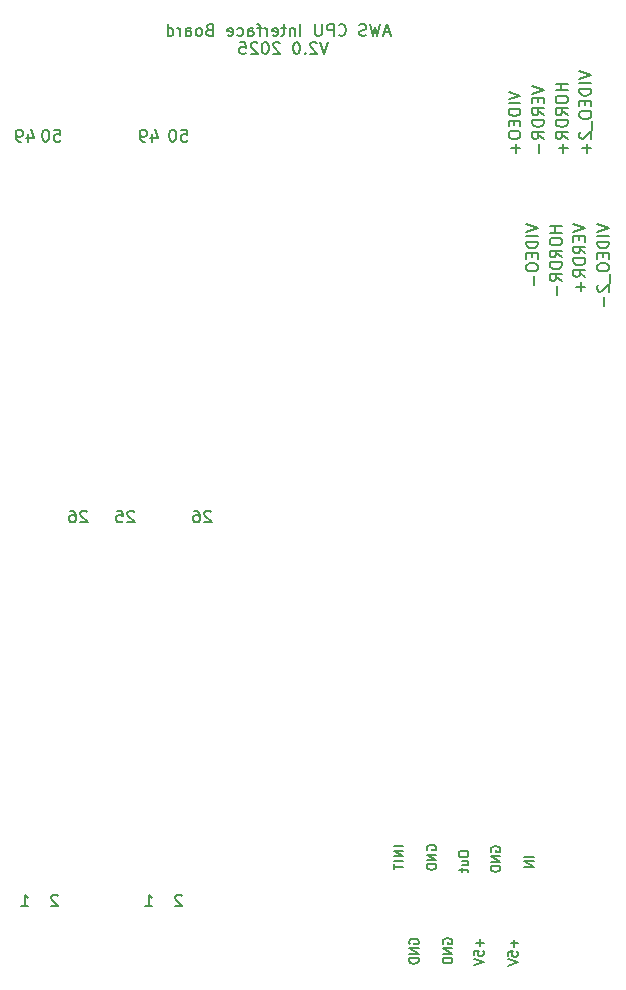
<source format=gbr>
G04 #@! TF.GenerationSoftware,KiCad,Pcbnew,8.0.3*
G04 #@! TF.CreationDate,2025-12-30T10:32:39+13:00*
G04 #@! TF.ProjectId,AWS_CPU_Interface_Board,4157535f-4350-4555-9f49-6e7465726661,rev?*
G04 #@! TF.SameCoordinates,Original*
G04 #@! TF.FileFunction,Legend,Bot*
G04 #@! TF.FilePolarity,Positive*
%FSLAX46Y46*%
G04 Gerber Fmt 4.6, Leading zero omitted, Abs format (unit mm)*
G04 Created by KiCad (PCBNEW 8.0.3) date 2025-12-30 10:32:39*
%MOMM*%
%LPD*%
G01*
G04 APERTURE LIST*
%ADD10C,0.150000*%
%ADD11R,2.500000X2.500000*%
%ADD12C,2.500000*%
%ADD13C,8.000000*%
%ADD14C,1.700000*%
%ADD15O,1.700000X1.700000*%
%ADD16C,4.000000*%
%ADD17C,1.800000*%
%ADD18R,1.700000X1.700000*%
%ADD19R,1.800000X1.800000*%
%ADD20R,1.778000X1.778000*%
%ADD21C,1.778000*%
%ADD22C,2.540000*%
%ADD23C,1.400000*%
%ADD24O,1.400000X1.400000*%
%ADD25O,1.850000X3.048000*%
%ADD26R,1.600000X1.600000*%
%ADD27C,1.600000*%
%ADD28C,0.800000*%
G04 APERTURE END LIST*
D10*
X151454819Y-59496554D02*
X152454819Y-59829887D01*
X152454819Y-59829887D02*
X151454819Y-60163220D01*
X151931009Y-60496554D02*
X151931009Y-60829887D01*
X152454819Y-60972744D02*
X152454819Y-60496554D01*
X152454819Y-60496554D02*
X151454819Y-60496554D01*
X151454819Y-60496554D02*
X151454819Y-60972744D01*
X152454819Y-61972744D02*
X151978628Y-61639411D01*
X152454819Y-61401316D02*
X151454819Y-61401316D01*
X151454819Y-61401316D02*
X151454819Y-61782268D01*
X151454819Y-61782268D02*
X151502438Y-61877506D01*
X151502438Y-61877506D02*
X151550057Y-61925125D01*
X151550057Y-61925125D02*
X151645295Y-61972744D01*
X151645295Y-61972744D02*
X151788152Y-61972744D01*
X151788152Y-61972744D02*
X151883390Y-61925125D01*
X151883390Y-61925125D02*
X151931009Y-61877506D01*
X151931009Y-61877506D02*
X151978628Y-61782268D01*
X151978628Y-61782268D02*
X151978628Y-61401316D01*
X152454819Y-62401316D02*
X151454819Y-62401316D01*
X151454819Y-62401316D02*
X151454819Y-62639411D01*
X151454819Y-62639411D02*
X151502438Y-62782268D01*
X151502438Y-62782268D02*
X151597676Y-62877506D01*
X151597676Y-62877506D02*
X151692914Y-62925125D01*
X151692914Y-62925125D02*
X151883390Y-62972744D01*
X151883390Y-62972744D02*
X152026247Y-62972744D01*
X152026247Y-62972744D02*
X152216723Y-62925125D01*
X152216723Y-62925125D02*
X152311961Y-62877506D01*
X152311961Y-62877506D02*
X152407200Y-62782268D01*
X152407200Y-62782268D02*
X152454819Y-62639411D01*
X152454819Y-62639411D02*
X152454819Y-62401316D01*
X152454819Y-63972744D02*
X151978628Y-63639411D01*
X152454819Y-63401316D02*
X151454819Y-63401316D01*
X151454819Y-63401316D02*
X151454819Y-63782268D01*
X151454819Y-63782268D02*
X151502438Y-63877506D01*
X151502438Y-63877506D02*
X151550057Y-63925125D01*
X151550057Y-63925125D02*
X151645295Y-63972744D01*
X151645295Y-63972744D02*
X151788152Y-63972744D01*
X151788152Y-63972744D02*
X151883390Y-63925125D01*
X151883390Y-63925125D02*
X151931009Y-63877506D01*
X151931009Y-63877506D02*
X151978628Y-63782268D01*
X151978628Y-63782268D02*
X151978628Y-63401316D01*
X152073866Y-64401316D02*
X152073866Y-65163221D01*
X154454819Y-59306078D02*
X153454819Y-59306078D01*
X153931009Y-59306078D02*
X153931009Y-59877506D01*
X154454819Y-59877506D02*
X153454819Y-59877506D01*
X153454819Y-60544173D02*
X153454819Y-60734649D01*
X153454819Y-60734649D02*
X153502438Y-60829887D01*
X153502438Y-60829887D02*
X153597676Y-60925125D01*
X153597676Y-60925125D02*
X153788152Y-60972744D01*
X153788152Y-60972744D02*
X154121485Y-60972744D01*
X154121485Y-60972744D02*
X154311961Y-60925125D01*
X154311961Y-60925125D02*
X154407200Y-60829887D01*
X154407200Y-60829887D02*
X154454819Y-60734649D01*
X154454819Y-60734649D02*
X154454819Y-60544173D01*
X154454819Y-60544173D02*
X154407200Y-60448935D01*
X154407200Y-60448935D02*
X154311961Y-60353697D01*
X154311961Y-60353697D02*
X154121485Y-60306078D01*
X154121485Y-60306078D02*
X153788152Y-60306078D01*
X153788152Y-60306078D02*
X153597676Y-60353697D01*
X153597676Y-60353697D02*
X153502438Y-60448935D01*
X153502438Y-60448935D02*
X153454819Y-60544173D01*
X154454819Y-61972744D02*
X153978628Y-61639411D01*
X154454819Y-61401316D02*
X153454819Y-61401316D01*
X153454819Y-61401316D02*
X153454819Y-61782268D01*
X153454819Y-61782268D02*
X153502438Y-61877506D01*
X153502438Y-61877506D02*
X153550057Y-61925125D01*
X153550057Y-61925125D02*
X153645295Y-61972744D01*
X153645295Y-61972744D02*
X153788152Y-61972744D01*
X153788152Y-61972744D02*
X153883390Y-61925125D01*
X153883390Y-61925125D02*
X153931009Y-61877506D01*
X153931009Y-61877506D02*
X153978628Y-61782268D01*
X153978628Y-61782268D02*
X153978628Y-61401316D01*
X154454819Y-62401316D02*
X153454819Y-62401316D01*
X153454819Y-62401316D02*
X153454819Y-62639411D01*
X153454819Y-62639411D02*
X153502438Y-62782268D01*
X153502438Y-62782268D02*
X153597676Y-62877506D01*
X153597676Y-62877506D02*
X153692914Y-62925125D01*
X153692914Y-62925125D02*
X153883390Y-62972744D01*
X153883390Y-62972744D02*
X154026247Y-62972744D01*
X154026247Y-62972744D02*
X154216723Y-62925125D01*
X154216723Y-62925125D02*
X154311961Y-62877506D01*
X154311961Y-62877506D02*
X154407200Y-62782268D01*
X154407200Y-62782268D02*
X154454819Y-62639411D01*
X154454819Y-62639411D02*
X154454819Y-62401316D01*
X154454819Y-63972744D02*
X153978628Y-63639411D01*
X154454819Y-63401316D02*
X153454819Y-63401316D01*
X153454819Y-63401316D02*
X153454819Y-63782268D01*
X153454819Y-63782268D02*
X153502438Y-63877506D01*
X153502438Y-63877506D02*
X153550057Y-63925125D01*
X153550057Y-63925125D02*
X153645295Y-63972744D01*
X153645295Y-63972744D02*
X153788152Y-63972744D01*
X153788152Y-63972744D02*
X153883390Y-63925125D01*
X153883390Y-63925125D02*
X153931009Y-63877506D01*
X153931009Y-63877506D02*
X153978628Y-63782268D01*
X153978628Y-63782268D02*
X153978628Y-63401316D01*
X154073866Y-64401316D02*
X154073866Y-65163221D01*
X154454819Y-64782268D02*
X153692914Y-64782268D01*
X155454819Y-58258459D02*
X156454819Y-58591792D01*
X156454819Y-58591792D02*
X155454819Y-58925125D01*
X156454819Y-59258459D02*
X155454819Y-59258459D01*
X156454819Y-59734649D02*
X155454819Y-59734649D01*
X155454819Y-59734649D02*
X155454819Y-59972744D01*
X155454819Y-59972744D02*
X155502438Y-60115601D01*
X155502438Y-60115601D02*
X155597676Y-60210839D01*
X155597676Y-60210839D02*
X155692914Y-60258458D01*
X155692914Y-60258458D02*
X155883390Y-60306077D01*
X155883390Y-60306077D02*
X156026247Y-60306077D01*
X156026247Y-60306077D02*
X156216723Y-60258458D01*
X156216723Y-60258458D02*
X156311961Y-60210839D01*
X156311961Y-60210839D02*
X156407200Y-60115601D01*
X156407200Y-60115601D02*
X156454819Y-59972744D01*
X156454819Y-59972744D02*
X156454819Y-59734649D01*
X155931009Y-60734649D02*
X155931009Y-61067982D01*
X156454819Y-61210839D02*
X156454819Y-60734649D01*
X156454819Y-60734649D02*
X155454819Y-60734649D01*
X155454819Y-60734649D02*
X155454819Y-61210839D01*
X155454819Y-61829887D02*
X155454819Y-62020363D01*
X155454819Y-62020363D02*
X155502438Y-62115601D01*
X155502438Y-62115601D02*
X155597676Y-62210839D01*
X155597676Y-62210839D02*
X155788152Y-62258458D01*
X155788152Y-62258458D02*
X156121485Y-62258458D01*
X156121485Y-62258458D02*
X156311961Y-62210839D01*
X156311961Y-62210839D02*
X156407200Y-62115601D01*
X156407200Y-62115601D02*
X156454819Y-62020363D01*
X156454819Y-62020363D02*
X156454819Y-61829887D01*
X156454819Y-61829887D02*
X156407200Y-61734649D01*
X156407200Y-61734649D02*
X156311961Y-61639411D01*
X156311961Y-61639411D02*
X156121485Y-61591792D01*
X156121485Y-61591792D02*
X155788152Y-61591792D01*
X155788152Y-61591792D02*
X155597676Y-61639411D01*
X155597676Y-61639411D02*
X155502438Y-61734649D01*
X155502438Y-61734649D02*
X155454819Y-61829887D01*
X156550057Y-62448935D02*
X156550057Y-63210839D01*
X155550057Y-63401316D02*
X155502438Y-63448935D01*
X155502438Y-63448935D02*
X155454819Y-63544173D01*
X155454819Y-63544173D02*
X155454819Y-63782268D01*
X155454819Y-63782268D02*
X155502438Y-63877506D01*
X155502438Y-63877506D02*
X155550057Y-63925125D01*
X155550057Y-63925125D02*
X155645295Y-63972744D01*
X155645295Y-63972744D02*
X155740533Y-63972744D01*
X155740533Y-63972744D02*
X155883390Y-63925125D01*
X155883390Y-63925125D02*
X156454819Y-63353697D01*
X156454819Y-63353697D02*
X156454819Y-63972744D01*
X156073866Y-64401316D02*
X156073866Y-65163221D01*
X156454819Y-64782268D02*
X155692914Y-64782268D01*
X149454819Y-59972745D02*
X150454819Y-60306078D01*
X150454819Y-60306078D02*
X149454819Y-60639411D01*
X150454819Y-60972745D02*
X149454819Y-60972745D01*
X150454819Y-61448935D02*
X149454819Y-61448935D01*
X149454819Y-61448935D02*
X149454819Y-61687030D01*
X149454819Y-61687030D02*
X149502438Y-61829887D01*
X149502438Y-61829887D02*
X149597676Y-61925125D01*
X149597676Y-61925125D02*
X149692914Y-61972744D01*
X149692914Y-61972744D02*
X149883390Y-62020363D01*
X149883390Y-62020363D02*
X150026247Y-62020363D01*
X150026247Y-62020363D02*
X150216723Y-61972744D01*
X150216723Y-61972744D02*
X150311961Y-61925125D01*
X150311961Y-61925125D02*
X150407200Y-61829887D01*
X150407200Y-61829887D02*
X150454819Y-61687030D01*
X150454819Y-61687030D02*
X150454819Y-61448935D01*
X149931009Y-62448935D02*
X149931009Y-62782268D01*
X150454819Y-62925125D02*
X150454819Y-62448935D01*
X150454819Y-62448935D02*
X149454819Y-62448935D01*
X149454819Y-62448935D02*
X149454819Y-62925125D01*
X149454819Y-63544173D02*
X149454819Y-63734649D01*
X149454819Y-63734649D02*
X149502438Y-63829887D01*
X149502438Y-63829887D02*
X149597676Y-63925125D01*
X149597676Y-63925125D02*
X149788152Y-63972744D01*
X149788152Y-63972744D02*
X150121485Y-63972744D01*
X150121485Y-63972744D02*
X150311961Y-63925125D01*
X150311961Y-63925125D02*
X150407200Y-63829887D01*
X150407200Y-63829887D02*
X150454819Y-63734649D01*
X150454819Y-63734649D02*
X150454819Y-63544173D01*
X150454819Y-63544173D02*
X150407200Y-63448935D01*
X150407200Y-63448935D02*
X150311961Y-63353697D01*
X150311961Y-63353697D02*
X150121485Y-63306078D01*
X150121485Y-63306078D02*
X149788152Y-63306078D01*
X149788152Y-63306078D02*
X149597676Y-63353697D01*
X149597676Y-63353697D02*
X149502438Y-63448935D01*
X149502438Y-63448935D02*
X149454819Y-63544173D01*
X150073866Y-64401316D02*
X150073866Y-65163221D01*
X150454819Y-64782268D02*
X149692914Y-64782268D01*
X118714285Y-128954819D02*
X119285713Y-128954819D01*
X118999999Y-128954819D02*
X118999999Y-127954819D01*
X118999999Y-127954819D02*
X119095237Y-128097676D01*
X119095237Y-128097676D02*
X119190475Y-128192914D01*
X119190475Y-128192914D02*
X119285713Y-128240533D01*
X121785713Y-128050057D02*
X121738094Y-128002438D01*
X121738094Y-128002438D02*
X121642856Y-127954819D01*
X121642856Y-127954819D02*
X121404761Y-127954819D01*
X121404761Y-127954819D02*
X121309523Y-128002438D01*
X121309523Y-128002438D02*
X121261904Y-128050057D01*
X121261904Y-128050057D02*
X121214285Y-128145295D01*
X121214285Y-128145295D02*
X121214285Y-128240533D01*
X121214285Y-128240533D02*
X121261904Y-128383390D01*
X121261904Y-128383390D02*
X121833332Y-128954819D01*
X121833332Y-128954819D02*
X121214285Y-128954819D01*
X119285714Y-63538152D02*
X119285714Y-64204819D01*
X119523809Y-63157200D02*
X119761904Y-63871485D01*
X119761904Y-63871485D02*
X119142857Y-63871485D01*
X118714285Y-64204819D02*
X118523809Y-64204819D01*
X118523809Y-64204819D02*
X118428571Y-64157200D01*
X118428571Y-64157200D02*
X118380952Y-64109580D01*
X118380952Y-64109580D02*
X118285714Y-63966723D01*
X118285714Y-63966723D02*
X118238095Y-63776247D01*
X118238095Y-63776247D02*
X118238095Y-63395295D01*
X118238095Y-63395295D02*
X118285714Y-63300057D01*
X118285714Y-63300057D02*
X118333333Y-63252438D01*
X118333333Y-63252438D02*
X118428571Y-63204819D01*
X118428571Y-63204819D02*
X118619047Y-63204819D01*
X118619047Y-63204819D02*
X118714285Y-63252438D01*
X118714285Y-63252438D02*
X118761904Y-63300057D01*
X118761904Y-63300057D02*
X118809523Y-63395295D01*
X118809523Y-63395295D02*
X118809523Y-63633390D01*
X118809523Y-63633390D02*
X118761904Y-63728628D01*
X118761904Y-63728628D02*
X118714285Y-63776247D01*
X118714285Y-63776247D02*
X118619047Y-63823866D01*
X118619047Y-63823866D02*
X118428571Y-63823866D01*
X118428571Y-63823866D02*
X118333333Y-63776247D01*
X118333333Y-63776247D02*
X118285714Y-63728628D01*
X118285714Y-63728628D02*
X118238095Y-63633390D01*
X121738095Y-63204819D02*
X122214285Y-63204819D01*
X122214285Y-63204819D02*
X122261904Y-63681009D01*
X122261904Y-63681009D02*
X122214285Y-63633390D01*
X122214285Y-63633390D02*
X122119047Y-63585771D01*
X122119047Y-63585771D02*
X121880952Y-63585771D01*
X121880952Y-63585771D02*
X121785714Y-63633390D01*
X121785714Y-63633390D02*
X121738095Y-63681009D01*
X121738095Y-63681009D02*
X121690476Y-63776247D01*
X121690476Y-63776247D02*
X121690476Y-64014342D01*
X121690476Y-64014342D02*
X121738095Y-64109580D01*
X121738095Y-64109580D02*
X121785714Y-64157200D01*
X121785714Y-64157200D02*
X121880952Y-64204819D01*
X121880952Y-64204819D02*
X122119047Y-64204819D01*
X122119047Y-64204819D02*
X122214285Y-64157200D01*
X122214285Y-64157200D02*
X122261904Y-64109580D01*
X121071428Y-63204819D02*
X120976190Y-63204819D01*
X120976190Y-63204819D02*
X120880952Y-63252438D01*
X120880952Y-63252438D02*
X120833333Y-63300057D01*
X120833333Y-63300057D02*
X120785714Y-63395295D01*
X120785714Y-63395295D02*
X120738095Y-63585771D01*
X120738095Y-63585771D02*
X120738095Y-63823866D01*
X120738095Y-63823866D02*
X120785714Y-64014342D01*
X120785714Y-64014342D02*
X120833333Y-64109580D01*
X120833333Y-64109580D02*
X120880952Y-64157200D01*
X120880952Y-64157200D02*
X120976190Y-64204819D01*
X120976190Y-64204819D02*
X121071428Y-64204819D01*
X121071428Y-64204819D02*
X121166666Y-64157200D01*
X121166666Y-64157200D02*
X121214285Y-64109580D01*
X121214285Y-64109580D02*
X121261904Y-64014342D01*
X121261904Y-64014342D02*
X121309523Y-63823866D01*
X121309523Y-63823866D02*
X121309523Y-63585771D01*
X121309523Y-63585771D02*
X121261904Y-63395295D01*
X121261904Y-63395295D02*
X121214285Y-63300057D01*
X121214285Y-63300057D02*
X121166666Y-63252438D01*
X121166666Y-63252438D02*
X121071428Y-63204819D01*
X117761904Y-95550057D02*
X117714285Y-95502438D01*
X117714285Y-95502438D02*
X117619047Y-95454819D01*
X117619047Y-95454819D02*
X117380952Y-95454819D01*
X117380952Y-95454819D02*
X117285714Y-95502438D01*
X117285714Y-95502438D02*
X117238095Y-95550057D01*
X117238095Y-95550057D02*
X117190476Y-95645295D01*
X117190476Y-95645295D02*
X117190476Y-95740533D01*
X117190476Y-95740533D02*
X117238095Y-95883390D01*
X117238095Y-95883390D02*
X117809523Y-96454819D01*
X117809523Y-96454819D02*
X117190476Y-96454819D01*
X116285714Y-95454819D02*
X116761904Y-95454819D01*
X116761904Y-95454819D02*
X116809523Y-95931009D01*
X116809523Y-95931009D02*
X116761904Y-95883390D01*
X116761904Y-95883390D02*
X116666666Y-95835771D01*
X116666666Y-95835771D02*
X116428571Y-95835771D01*
X116428571Y-95835771D02*
X116333333Y-95883390D01*
X116333333Y-95883390D02*
X116285714Y-95931009D01*
X116285714Y-95931009D02*
X116238095Y-96026247D01*
X116238095Y-96026247D02*
X116238095Y-96264342D01*
X116238095Y-96264342D02*
X116285714Y-96359580D01*
X116285714Y-96359580D02*
X116333333Y-96407200D01*
X116333333Y-96407200D02*
X116428571Y-96454819D01*
X116428571Y-96454819D02*
X116666666Y-96454819D01*
X116666666Y-96454819D02*
X116761904Y-96407200D01*
X116761904Y-96407200D02*
X116809523Y-96359580D01*
X124261904Y-95550057D02*
X124214285Y-95502438D01*
X124214285Y-95502438D02*
X124119047Y-95454819D01*
X124119047Y-95454819D02*
X123880952Y-95454819D01*
X123880952Y-95454819D02*
X123785714Y-95502438D01*
X123785714Y-95502438D02*
X123738095Y-95550057D01*
X123738095Y-95550057D02*
X123690476Y-95645295D01*
X123690476Y-95645295D02*
X123690476Y-95740533D01*
X123690476Y-95740533D02*
X123738095Y-95883390D01*
X123738095Y-95883390D02*
X124309523Y-96454819D01*
X124309523Y-96454819D02*
X123690476Y-96454819D01*
X122833333Y-95454819D02*
X123023809Y-95454819D01*
X123023809Y-95454819D02*
X123119047Y-95502438D01*
X123119047Y-95502438D02*
X123166666Y-95550057D01*
X123166666Y-95550057D02*
X123261904Y-95692914D01*
X123261904Y-95692914D02*
X123309523Y-95883390D01*
X123309523Y-95883390D02*
X123309523Y-96264342D01*
X123309523Y-96264342D02*
X123261904Y-96359580D01*
X123261904Y-96359580D02*
X123214285Y-96407200D01*
X123214285Y-96407200D02*
X123119047Y-96454819D01*
X123119047Y-96454819D02*
X122928571Y-96454819D01*
X122928571Y-96454819D02*
X122833333Y-96407200D01*
X122833333Y-96407200D02*
X122785714Y-96359580D01*
X122785714Y-96359580D02*
X122738095Y-96264342D01*
X122738095Y-96264342D02*
X122738095Y-96026247D01*
X122738095Y-96026247D02*
X122785714Y-95931009D01*
X122785714Y-95931009D02*
X122833333Y-95883390D01*
X122833333Y-95883390D02*
X122928571Y-95835771D01*
X122928571Y-95835771D02*
X123119047Y-95835771D01*
X123119047Y-95835771D02*
X123214285Y-95883390D01*
X123214285Y-95883390D02*
X123261904Y-95931009D01*
X123261904Y-95931009D02*
X123309523Y-96026247D01*
X140537295Y-123885715D02*
X139737295Y-123885715D01*
X140537295Y-124266667D02*
X139737295Y-124266667D01*
X139737295Y-124266667D02*
X140537295Y-124723810D01*
X140537295Y-124723810D02*
X139737295Y-124723810D01*
X140537295Y-125104762D02*
X139737295Y-125104762D01*
X139737295Y-125371428D02*
X139737295Y-125828571D01*
X140537295Y-125599999D02*
X139737295Y-125599999D01*
X142550390Y-124190476D02*
X142512295Y-124114286D01*
X142512295Y-124114286D02*
X142512295Y-124000000D01*
X142512295Y-124000000D02*
X142550390Y-123885714D01*
X142550390Y-123885714D02*
X142626580Y-123809524D01*
X142626580Y-123809524D02*
X142702771Y-123771429D01*
X142702771Y-123771429D02*
X142855152Y-123733333D01*
X142855152Y-123733333D02*
X142969438Y-123733333D01*
X142969438Y-123733333D02*
X143121819Y-123771429D01*
X143121819Y-123771429D02*
X143198009Y-123809524D01*
X143198009Y-123809524D02*
X143274200Y-123885714D01*
X143274200Y-123885714D02*
X143312295Y-124000000D01*
X143312295Y-124000000D02*
X143312295Y-124076191D01*
X143312295Y-124076191D02*
X143274200Y-124190476D01*
X143274200Y-124190476D02*
X143236104Y-124228572D01*
X143236104Y-124228572D02*
X142969438Y-124228572D01*
X142969438Y-124228572D02*
X142969438Y-124076191D01*
X143312295Y-124571429D02*
X142512295Y-124571429D01*
X142512295Y-124571429D02*
X143312295Y-125028572D01*
X143312295Y-125028572D02*
X142512295Y-125028572D01*
X143312295Y-125409524D02*
X142512295Y-125409524D01*
X142512295Y-125409524D02*
X142512295Y-125600000D01*
X142512295Y-125600000D02*
X142550390Y-125714286D01*
X142550390Y-125714286D02*
X142626580Y-125790476D01*
X142626580Y-125790476D02*
X142702771Y-125828571D01*
X142702771Y-125828571D02*
X142855152Y-125866667D01*
X142855152Y-125866667D02*
X142969438Y-125866667D01*
X142969438Y-125866667D02*
X143121819Y-125828571D01*
X143121819Y-125828571D02*
X143198009Y-125790476D01*
X143198009Y-125790476D02*
X143274200Y-125714286D01*
X143274200Y-125714286D02*
X143312295Y-125600000D01*
X143312295Y-125600000D02*
X143312295Y-125409524D01*
X154954819Y-71193922D02*
X155954819Y-71527255D01*
X155954819Y-71527255D02*
X154954819Y-71860588D01*
X155431009Y-72193922D02*
X155431009Y-72527255D01*
X155954819Y-72670112D02*
X155954819Y-72193922D01*
X155954819Y-72193922D02*
X154954819Y-72193922D01*
X154954819Y-72193922D02*
X154954819Y-72670112D01*
X155954819Y-73670112D02*
X155478628Y-73336779D01*
X155954819Y-73098684D02*
X154954819Y-73098684D01*
X154954819Y-73098684D02*
X154954819Y-73479636D01*
X154954819Y-73479636D02*
X155002438Y-73574874D01*
X155002438Y-73574874D02*
X155050057Y-73622493D01*
X155050057Y-73622493D02*
X155145295Y-73670112D01*
X155145295Y-73670112D02*
X155288152Y-73670112D01*
X155288152Y-73670112D02*
X155383390Y-73622493D01*
X155383390Y-73622493D02*
X155431009Y-73574874D01*
X155431009Y-73574874D02*
X155478628Y-73479636D01*
X155478628Y-73479636D02*
X155478628Y-73098684D01*
X155954819Y-74098684D02*
X154954819Y-74098684D01*
X154954819Y-74098684D02*
X154954819Y-74336779D01*
X154954819Y-74336779D02*
X155002438Y-74479636D01*
X155002438Y-74479636D02*
X155097676Y-74574874D01*
X155097676Y-74574874D02*
X155192914Y-74622493D01*
X155192914Y-74622493D02*
X155383390Y-74670112D01*
X155383390Y-74670112D02*
X155526247Y-74670112D01*
X155526247Y-74670112D02*
X155716723Y-74622493D01*
X155716723Y-74622493D02*
X155811961Y-74574874D01*
X155811961Y-74574874D02*
X155907200Y-74479636D01*
X155907200Y-74479636D02*
X155954819Y-74336779D01*
X155954819Y-74336779D02*
X155954819Y-74098684D01*
X155954819Y-75670112D02*
X155478628Y-75336779D01*
X155954819Y-75098684D02*
X154954819Y-75098684D01*
X154954819Y-75098684D02*
X154954819Y-75479636D01*
X154954819Y-75479636D02*
X155002438Y-75574874D01*
X155002438Y-75574874D02*
X155050057Y-75622493D01*
X155050057Y-75622493D02*
X155145295Y-75670112D01*
X155145295Y-75670112D02*
X155288152Y-75670112D01*
X155288152Y-75670112D02*
X155383390Y-75622493D01*
X155383390Y-75622493D02*
X155431009Y-75574874D01*
X155431009Y-75574874D02*
X155478628Y-75479636D01*
X155478628Y-75479636D02*
X155478628Y-75098684D01*
X155573866Y-76098684D02*
X155573866Y-76860589D01*
X155954819Y-76479636D02*
X155192914Y-76479636D01*
X147032533Y-131746429D02*
X147032533Y-132355953D01*
X147337295Y-132051191D02*
X146727771Y-132051191D01*
X146537295Y-133117857D02*
X146537295Y-132736905D01*
X146537295Y-132736905D02*
X146918247Y-132698809D01*
X146918247Y-132698809D02*
X146880152Y-132736905D01*
X146880152Y-132736905D02*
X146842057Y-132813095D01*
X146842057Y-132813095D02*
X146842057Y-133003571D01*
X146842057Y-133003571D02*
X146880152Y-133079762D01*
X146880152Y-133079762D02*
X146918247Y-133117857D01*
X146918247Y-133117857D02*
X146994438Y-133155952D01*
X146994438Y-133155952D02*
X147184914Y-133155952D01*
X147184914Y-133155952D02*
X147261104Y-133117857D01*
X147261104Y-133117857D02*
X147299200Y-133079762D01*
X147299200Y-133079762D02*
X147337295Y-133003571D01*
X147337295Y-133003571D02*
X147337295Y-132813095D01*
X147337295Y-132813095D02*
X147299200Y-132736905D01*
X147299200Y-132736905D02*
X147261104Y-132698809D01*
X146537295Y-133384524D02*
X147337295Y-133651191D01*
X147337295Y-133651191D02*
X146537295Y-133917857D01*
X156954819Y-71193922D02*
X157954819Y-71527255D01*
X157954819Y-71527255D02*
X156954819Y-71860588D01*
X157954819Y-72193922D02*
X156954819Y-72193922D01*
X157954819Y-72670112D02*
X156954819Y-72670112D01*
X156954819Y-72670112D02*
X156954819Y-72908207D01*
X156954819Y-72908207D02*
X157002438Y-73051064D01*
X157002438Y-73051064D02*
X157097676Y-73146302D01*
X157097676Y-73146302D02*
X157192914Y-73193921D01*
X157192914Y-73193921D02*
X157383390Y-73241540D01*
X157383390Y-73241540D02*
X157526247Y-73241540D01*
X157526247Y-73241540D02*
X157716723Y-73193921D01*
X157716723Y-73193921D02*
X157811961Y-73146302D01*
X157811961Y-73146302D02*
X157907200Y-73051064D01*
X157907200Y-73051064D02*
X157954819Y-72908207D01*
X157954819Y-72908207D02*
X157954819Y-72670112D01*
X157431009Y-73670112D02*
X157431009Y-74003445D01*
X157954819Y-74146302D02*
X157954819Y-73670112D01*
X157954819Y-73670112D02*
X156954819Y-73670112D01*
X156954819Y-73670112D02*
X156954819Y-74146302D01*
X156954819Y-74765350D02*
X156954819Y-74955826D01*
X156954819Y-74955826D02*
X157002438Y-75051064D01*
X157002438Y-75051064D02*
X157097676Y-75146302D01*
X157097676Y-75146302D02*
X157288152Y-75193921D01*
X157288152Y-75193921D02*
X157621485Y-75193921D01*
X157621485Y-75193921D02*
X157811961Y-75146302D01*
X157811961Y-75146302D02*
X157907200Y-75051064D01*
X157907200Y-75051064D02*
X157954819Y-74955826D01*
X157954819Y-74955826D02*
X157954819Y-74765350D01*
X157954819Y-74765350D02*
X157907200Y-74670112D01*
X157907200Y-74670112D02*
X157811961Y-74574874D01*
X157811961Y-74574874D02*
X157621485Y-74527255D01*
X157621485Y-74527255D02*
X157288152Y-74527255D01*
X157288152Y-74527255D02*
X157097676Y-74574874D01*
X157097676Y-74574874D02*
X157002438Y-74670112D01*
X157002438Y-74670112D02*
X156954819Y-74765350D01*
X158050057Y-75384398D02*
X158050057Y-76146302D01*
X157050057Y-76336779D02*
X157002438Y-76384398D01*
X157002438Y-76384398D02*
X156954819Y-76479636D01*
X156954819Y-76479636D02*
X156954819Y-76717731D01*
X156954819Y-76717731D02*
X157002438Y-76812969D01*
X157002438Y-76812969D02*
X157050057Y-76860588D01*
X157050057Y-76860588D02*
X157145295Y-76908207D01*
X157145295Y-76908207D02*
X157240533Y-76908207D01*
X157240533Y-76908207D02*
X157383390Y-76860588D01*
X157383390Y-76860588D02*
X157954819Y-76289160D01*
X157954819Y-76289160D02*
X157954819Y-76908207D01*
X157573866Y-77336779D02*
X157573866Y-78098684D01*
X149932533Y-131796429D02*
X149932533Y-132405953D01*
X150237295Y-132101191D02*
X149627771Y-132101191D01*
X149437295Y-133167857D02*
X149437295Y-132786905D01*
X149437295Y-132786905D02*
X149818247Y-132748809D01*
X149818247Y-132748809D02*
X149780152Y-132786905D01*
X149780152Y-132786905D02*
X149742057Y-132863095D01*
X149742057Y-132863095D02*
X149742057Y-133053571D01*
X149742057Y-133053571D02*
X149780152Y-133129762D01*
X149780152Y-133129762D02*
X149818247Y-133167857D01*
X149818247Y-133167857D02*
X149894438Y-133205952D01*
X149894438Y-133205952D02*
X150084914Y-133205952D01*
X150084914Y-133205952D02*
X150161104Y-133167857D01*
X150161104Y-133167857D02*
X150199200Y-133129762D01*
X150199200Y-133129762D02*
X150237295Y-133053571D01*
X150237295Y-133053571D02*
X150237295Y-132863095D01*
X150237295Y-132863095D02*
X150199200Y-132786905D01*
X150199200Y-132786905D02*
X150161104Y-132748809D01*
X149437295Y-133434524D02*
X150237295Y-133701191D01*
X150237295Y-133701191D02*
X149437295Y-133967857D01*
X143925390Y-132115476D02*
X143887295Y-132039286D01*
X143887295Y-132039286D02*
X143887295Y-131925000D01*
X143887295Y-131925000D02*
X143925390Y-131810714D01*
X143925390Y-131810714D02*
X144001580Y-131734524D01*
X144001580Y-131734524D02*
X144077771Y-131696429D01*
X144077771Y-131696429D02*
X144230152Y-131658333D01*
X144230152Y-131658333D02*
X144344438Y-131658333D01*
X144344438Y-131658333D02*
X144496819Y-131696429D01*
X144496819Y-131696429D02*
X144573009Y-131734524D01*
X144573009Y-131734524D02*
X144649200Y-131810714D01*
X144649200Y-131810714D02*
X144687295Y-131925000D01*
X144687295Y-131925000D02*
X144687295Y-132001191D01*
X144687295Y-132001191D02*
X144649200Y-132115476D01*
X144649200Y-132115476D02*
X144611104Y-132153572D01*
X144611104Y-132153572D02*
X144344438Y-132153572D01*
X144344438Y-132153572D02*
X144344438Y-132001191D01*
X144687295Y-132496429D02*
X143887295Y-132496429D01*
X143887295Y-132496429D02*
X144687295Y-132953572D01*
X144687295Y-132953572D02*
X143887295Y-132953572D01*
X144687295Y-133334524D02*
X143887295Y-133334524D01*
X143887295Y-133334524D02*
X143887295Y-133525000D01*
X143887295Y-133525000D02*
X143925390Y-133639286D01*
X143925390Y-133639286D02*
X144001580Y-133715476D01*
X144001580Y-133715476D02*
X144077771Y-133753571D01*
X144077771Y-133753571D02*
X144230152Y-133791667D01*
X144230152Y-133791667D02*
X144344438Y-133791667D01*
X144344438Y-133791667D02*
X144496819Y-133753571D01*
X144496819Y-133753571D02*
X144573009Y-133715476D01*
X144573009Y-133715476D02*
X144649200Y-133639286D01*
X144649200Y-133639286D02*
X144687295Y-133525000D01*
X144687295Y-133525000D02*
X144687295Y-133334524D01*
X145262295Y-124433333D02*
X145262295Y-124585714D01*
X145262295Y-124585714D02*
X145300390Y-124661904D01*
X145300390Y-124661904D02*
X145376580Y-124738095D01*
X145376580Y-124738095D02*
X145528961Y-124776190D01*
X145528961Y-124776190D02*
X145795628Y-124776190D01*
X145795628Y-124776190D02*
X145948009Y-124738095D01*
X145948009Y-124738095D02*
X146024200Y-124661904D01*
X146024200Y-124661904D02*
X146062295Y-124585714D01*
X146062295Y-124585714D02*
X146062295Y-124433333D01*
X146062295Y-124433333D02*
X146024200Y-124357142D01*
X146024200Y-124357142D02*
X145948009Y-124280952D01*
X145948009Y-124280952D02*
X145795628Y-124242856D01*
X145795628Y-124242856D02*
X145528961Y-124242856D01*
X145528961Y-124242856D02*
X145376580Y-124280952D01*
X145376580Y-124280952D02*
X145300390Y-124357142D01*
X145300390Y-124357142D02*
X145262295Y-124433333D01*
X145528961Y-125461904D02*
X146062295Y-125461904D01*
X145528961Y-125119047D02*
X145948009Y-125119047D01*
X145948009Y-125119047D02*
X146024200Y-125157142D01*
X146024200Y-125157142D02*
X146062295Y-125233332D01*
X146062295Y-125233332D02*
X146062295Y-125347618D01*
X146062295Y-125347618D02*
X146024200Y-125423809D01*
X146024200Y-125423809D02*
X145986104Y-125461904D01*
X145528961Y-125728571D02*
X145528961Y-126033333D01*
X145262295Y-125842857D02*
X145948009Y-125842857D01*
X145948009Y-125842857D02*
X146024200Y-125880952D01*
X146024200Y-125880952D02*
X146062295Y-125957142D01*
X146062295Y-125957142D02*
X146062295Y-126033333D01*
X108214285Y-128954819D02*
X108785713Y-128954819D01*
X108499999Y-128954819D02*
X108499999Y-127954819D01*
X108499999Y-127954819D02*
X108595237Y-128097676D01*
X108595237Y-128097676D02*
X108690475Y-128192914D01*
X108690475Y-128192914D02*
X108785713Y-128240533D01*
X153954819Y-71336779D02*
X152954819Y-71336779D01*
X153431009Y-71336779D02*
X153431009Y-71908207D01*
X153954819Y-71908207D02*
X152954819Y-71908207D01*
X152954819Y-72574874D02*
X152954819Y-72765350D01*
X152954819Y-72765350D02*
X153002438Y-72860588D01*
X153002438Y-72860588D02*
X153097676Y-72955826D01*
X153097676Y-72955826D02*
X153288152Y-73003445D01*
X153288152Y-73003445D02*
X153621485Y-73003445D01*
X153621485Y-73003445D02*
X153811961Y-72955826D01*
X153811961Y-72955826D02*
X153907200Y-72860588D01*
X153907200Y-72860588D02*
X153954819Y-72765350D01*
X153954819Y-72765350D02*
X153954819Y-72574874D01*
X153954819Y-72574874D02*
X153907200Y-72479636D01*
X153907200Y-72479636D02*
X153811961Y-72384398D01*
X153811961Y-72384398D02*
X153621485Y-72336779D01*
X153621485Y-72336779D02*
X153288152Y-72336779D01*
X153288152Y-72336779D02*
X153097676Y-72384398D01*
X153097676Y-72384398D02*
X153002438Y-72479636D01*
X153002438Y-72479636D02*
X152954819Y-72574874D01*
X153954819Y-74003445D02*
X153478628Y-73670112D01*
X153954819Y-73432017D02*
X152954819Y-73432017D01*
X152954819Y-73432017D02*
X152954819Y-73812969D01*
X152954819Y-73812969D02*
X153002438Y-73908207D01*
X153002438Y-73908207D02*
X153050057Y-73955826D01*
X153050057Y-73955826D02*
X153145295Y-74003445D01*
X153145295Y-74003445D02*
X153288152Y-74003445D01*
X153288152Y-74003445D02*
X153383390Y-73955826D01*
X153383390Y-73955826D02*
X153431009Y-73908207D01*
X153431009Y-73908207D02*
X153478628Y-73812969D01*
X153478628Y-73812969D02*
X153478628Y-73432017D01*
X153954819Y-74432017D02*
X152954819Y-74432017D01*
X152954819Y-74432017D02*
X152954819Y-74670112D01*
X152954819Y-74670112D02*
X153002438Y-74812969D01*
X153002438Y-74812969D02*
X153097676Y-74908207D01*
X153097676Y-74908207D02*
X153192914Y-74955826D01*
X153192914Y-74955826D02*
X153383390Y-75003445D01*
X153383390Y-75003445D02*
X153526247Y-75003445D01*
X153526247Y-75003445D02*
X153716723Y-74955826D01*
X153716723Y-74955826D02*
X153811961Y-74908207D01*
X153811961Y-74908207D02*
X153907200Y-74812969D01*
X153907200Y-74812969D02*
X153954819Y-74670112D01*
X153954819Y-74670112D02*
X153954819Y-74432017D01*
X153954819Y-76003445D02*
X153478628Y-75670112D01*
X153954819Y-75432017D02*
X152954819Y-75432017D01*
X152954819Y-75432017D02*
X152954819Y-75812969D01*
X152954819Y-75812969D02*
X153002438Y-75908207D01*
X153002438Y-75908207D02*
X153050057Y-75955826D01*
X153050057Y-75955826D02*
X153145295Y-76003445D01*
X153145295Y-76003445D02*
X153288152Y-76003445D01*
X153288152Y-76003445D02*
X153383390Y-75955826D01*
X153383390Y-75955826D02*
X153431009Y-75908207D01*
X153431009Y-75908207D02*
X153478628Y-75812969D01*
X153478628Y-75812969D02*
X153478628Y-75432017D01*
X153573866Y-76432017D02*
X153573866Y-77193922D01*
X110988095Y-63204819D02*
X111464285Y-63204819D01*
X111464285Y-63204819D02*
X111511904Y-63681009D01*
X111511904Y-63681009D02*
X111464285Y-63633390D01*
X111464285Y-63633390D02*
X111369047Y-63585771D01*
X111369047Y-63585771D02*
X111130952Y-63585771D01*
X111130952Y-63585771D02*
X111035714Y-63633390D01*
X111035714Y-63633390D02*
X110988095Y-63681009D01*
X110988095Y-63681009D02*
X110940476Y-63776247D01*
X110940476Y-63776247D02*
X110940476Y-64014342D01*
X110940476Y-64014342D02*
X110988095Y-64109580D01*
X110988095Y-64109580D02*
X111035714Y-64157200D01*
X111035714Y-64157200D02*
X111130952Y-64204819D01*
X111130952Y-64204819D02*
X111369047Y-64204819D01*
X111369047Y-64204819D02*
X111464285Y-64157200D01*
X111464285Y-64157200D02*
X111511904Y-64109580D01*
X110321428Y-63204819D02*
X110226190Y-63204819D01*
X110226190Y-63204819D02*
X110130952Y-63252438D01*
X110130952Y-63252438D02*
X110083333Y-63300057D01*
X110083333Y-63300057D02*
X110035714Y-63395295D01*
X110035714Y-63395295D02*
X109988095Y-63585771D01*
X109988095Y-63585771D02*
X109988095Y-63823866D01*
X109988095Y-63823866D02*
X110035714Y-64014342D01*
X110035714Y-64014342D02*
X110083333Y-64109580D01*
X110083333Y-64109580D02*
X110130952Y-64157200D01*
X110130952Y-64157200D02*
X110226190Y-64204819D01*
X110226190Y-64204819D02*
X110321428Y-64204819D01*
X110321428Y-64204819D02*
X110416666Y-64157200D01*
X110416666Y-64157200D02*
X110464285Y-64109580D01*
X110464285Y-64109580D02*
X110511904Y-64014342D01*
X110511904Y-64014342D02*
X110559523Y-63823866D01*
X110559523Y-63823866D02*
X110559523Y-63585771D01*
X110559523Y-63585771D02*
X110511904Y-63395295D01*
X110511904Y-63395295D02*
X110464285Y-63300057D01*
X110464285Y-63300057D02*
X110416666Y-63252438D01*
X110416666Y-63252438D02*
X110321428Y-63204819D01*
X147975390Y-124340476D02*
X147937295Y-124264286D01*
X147937295Y-124264286D02*
X147937295Y-124150000D01*
X147937295Y-124150000D02*
X147975390Y-124035714D01*
X147975390Y-124035714D02*
X148051580Y-123959524D01*
X148051580Y-123959524D02*
X148127771Y-123921429D01*
X148127771Y-123921429D02*
X148280152Y-123883333D01*
X148280152Y-123883333D02*
X148394438Y-123883333D01*
X148394438Y-123883333D02*
X148546819Y-123921429D01*
X148546819Y-123921429D02*
X148623009Y-123959524D01*
X148623009Y-123959524D02*
X148699200Y-124035714D01*
X148699200Y-124035714D02*
X148737295Y-124150000D01*
X148737295Y-124150000D02*
X148737295Y-124226191D01*
X148737295Y-124226191D02*
X148699200Y-124340476D01*
X148699200Y-124340476D02*
X148661104Y-124378572D01*
X148661104Y-124378572D02*
X148394438Y-124378572D01*
X148394438Y-124378572D02*
X148394438Y-124226191D01*
X148737295Y-124721429D02*
X147937295Y-124721429D01*
X147937295Y-124721429D02*
X148737295Y-125178572D01*
X148737295Y-125178572D02*
X147937295Y-125178572D01*
X148737295Y-125559524D02*
X147937295Y-125559524D01*
X147937295Y-125559524D02*
X147937295Y-125750000D01*
X147937295Y-125750000D02*
X147975390Y-125864286D01*
X147975390Y-125864286D02*
X148051580Y-125940476D01*
X148051580Y-125940476D02*
X148127771Y-125978571D01*
X148127771Y-125978571D02*
X148280152Y-126016667D01*
X148280152Y-126016667D02*
X148394438Y-126016667D01*
X148394438Y-126016667D02*
X148546819Y-125978571D01*
X148546819Y-125978571D02*
X148623009Y-125940476D01*
X148623009Y-125940476D02*
X148699200Y-125864286D01*
X148699200Y-125864286D02*
X148737295Y-125750000D01*
X148737295Y-125750000D02*
X148737295Y-125559524D01*
X151587295Y-124754297D02*
X150787295Y-124754297D01*
X151587295Y-125135249D02*
X150787295Y-125135249D01*
X150787295Y-125135249D02*
X151587295Y-125592392D01*
X151587295Y-125592392D02*
X150787295Y-125592392D01*
X134184523Y-55779819D02*
X133851190Y-56779819D01*
X133851190Y-56779819D02*
X133517857Y-55779819D01*
X133232142Y-55875057D02*
X133184523Y-55827438D01*
X133184523Y-55827438D02*
X133089285Y-55779819D01*
X133089285Y-55779819D02*
X132851190Y-55779819D01*
X132851190Y-55779819D02*
X132755952Y-55827438D01*
X132755952Y-55827438D02*
X132708333Y-55875057D01*
X132708333Y-55875057D02*
X132660714Y-55970295D01*
X132660714Y-55970295D02*
X132660714Y-56065533D01*
X132660714Y-56065533D02*
X132708333Y-56208390D01*
X132708333Y-56208390D02*
X133279761Y-56779819D01*
X133279761Y-56779819D02*
X132660714Y-56779819D01*
X132232142Y-56684580D02*
X132184523Y-56732200D01*
X132184523Y-56732200D02*
X132232142Y-56779819D01*
X132232142Y-56779819D02*
X132279761Y-56732200D01*
X132279761Y-56732200D02*
X132232142Y-56684580D01*
X132232142Y-56684580D02*
X132232142Y-56779819D01*
X131565476Y-55779819D02*
X131470238Y-55779819D01*
X131470238Y-55779819D02*
X131375000Y-55827438D01*
X131375000Y-55827438D02*
X131327381Y-55875057D01*
X131327381Y-55875057D02*
X131279762Y-55970295D01*
X131279762Y-55970295D02*
X131232143Y-56160771D01*
X131232143Y-56160771D02*
X131232143Y-56398866D01*
X131232143Y-56398866D02*
X131279762Y-56589342D01*
X131279762Y-56589342D02*
X131327381Y-56684580D01*
X131327381Y-56684580D02*
X131375000Y-56732200D01*
X131375000Y-56732200D02*
X131470238Y-56779819D01*
X131470238Y-56779819D02*
X131565476Y-56779819D01*
X131565476Y-56779819D02*
X131660714Y-56732200D01*
X131660714Y-56732200D02*
X131708333Y-56684580D01*
X131708333Y-56684580D02*
X131755952Y-56589342D01*
X131755952Y-56589342D02*
X131803571Y-56398866D01*
X131803571Y-56398866D02*
X131803571Y-56160771D01*
X131803571Y-56160771D02*
X131755952Y-55970295D01*
X131755952Y-55970295D02*
X131708333Y-55875057D01*
X131708333Y-55875057D02*
X131660714Y-55827438D01*
X131660714Y-55827438D02*
X131565476Y-55779819D01*
X130089285Y-55875057D02*
X130041666Y-55827438D01*
X130041666Y-55827438D02*
X129946428Y-55779819D01*
X129946428Y-55779819D02*
X129708333Y-55779819D01*
X129708333Y-55779819D02*
X129613095Y-55827438D01*
X129613095Y-55827438D02*
X129565476Y-55875057D01*
X129565476Y-55875057D02*
X129517857Y-55970295D01*
X129517857Y-55970295D02*
X129517857Y-56065533D01*
X129517857Y-56065533D02*
X129565476Y-56208390D01*
X129565476Y-56208390D02*
X130136904Y-56779819D01*
X130136904Y-56779819D02*
X129517857Y-56779819D01*
X128898809Y-55779819D02*
X128803571Y-55779819D01*
X128803571Y-55779819D02*
X128708333Y-55827438D01*
X128708333Y-55827438D02*
X128660714Y-55875057D01*
X128660714Y-55875057D02*
X128613095Y-55970295D01*
X128613095Y-55970295D02*
X128565476Y-56160771D01*
X128565476Y-56160771D02*
X128565476Y-56398866D01*
X128565476Y-56398866D02*
X128613095Y-56589342D01*
X128613095Y-56589342D02*
X128660714Y-56684580D01*
X128660714Y-56684580D02*
X128708333Y-56732200D01*
X128708333Y-56732200D02*
X128803571Y-56779819D01*
X128803571Y-56779819D02*
X128898809Y-56779819D01*
X128898809Y-56779819D02*
X128994047Y-56732200D01*
X128994047Y-56732200D02*
X129041666Y-56684580D01*
X129041666Y-56684580D02*
X129089285Y-56589342D01*
X129089285Y-56589342D02*
X129136904Y-56398866D01*
X129136904Y-56398866D02*
X129136904Y-56160771D01*
X129136904Y-56160771D02*
X129089285Y-55970295D01*
X129089285Y-55970295D02*
X129041666Y-55875057D01*
X129041666Y-55875057D02*
X128994047Y-55827438D01*
X128994047Y-55827438D02*
X128898809Y-55779819D01*
X128184523Y-55875057D02*
X128136904Y-55827438D01*
X128136904Y-55827438D02*
X128041666Y-55779819D01*
X128041666Y-55779819D02*
X127803571Y-55779819D01*
X127803571Y-55779819D02*
X127708333Y-55827438D01*
X127708333Y-55827438D02*
X127660714Y-55875057D01*
X127660714Y-55875057D02*
X127613095Y-55970295D01*
X127613095Y-55970295D02*
X127613095Y-56065533D01*
X127613095Y-56065533D02*
X127660714Y-56208390D01*
X127660714Y-56208390D02*
X128232142Y-56779819D01*
X128232142Y-56779819D02*
X127613095Y-56779819D01*
X126708333Y-55779819D02*
X127184523Y-55779819D01*
X127184523Y-55779819D02*
X127232142Y-56256009D01*
X127232142Y-56256009D02*
X127184523Y-56208390D01*
X127184523Y-56208390D02*
X127089285Y-56160771D01*
X127089285Y-56160771D02*
X126851190Y-56160771D01*
X126851190Y-56160771D02*
X126755952Y-56208390D01*
X126755952Y-56208390D02*
X126708333Y-56256009D01*
X126708333Y-56256009D02*
X126660714Y-56351247D01*
X126660714Y-56351247D02*
X126660714Y-56589342D01*
X126660714Y-56589342D02*
X126708333Y-56684580D01*
X126708333Y-56684580D02*
X126755952Y-56732200D01*
X126755952Y-56732200D02*
X126851190Y-56779819D01*
X126851190Y-56779819D02*
X127089285Y-56779819D01*
X127089285Y-56779819D02*
X127184523Y-56732200D01*
X127184523Y-56732200D02*
X127232142Y-56684580D01*
X141075390Y-132140476D02*
X141037295Y-132064286D01*
X141037295Y-132064286D02*
X141037295Y-131950000D01*
X141037295Y-131950000D02*
X141075390Y-131835714D01*
X141075390Y-131835714D02*
X141151580Y-131759524D01*
X141151580Y-131759524D02*
X141227771Y-131721429D01*
X141227771Y-131721429D02*
X141380152Y-131683333D01*
X141380152Y-131683333D02*
X141494438Y-131683333D01*
X141494438Y-131683333D02*
X141646819Y-131721429D01*
X141646819Y-131721429D02*
X141723009Y-131759524D01*
X141723009Y-131759524D02*
X141799200Y-131835714D01*
X141799200Y-131835714D02*
X141837295Y-131950000D01*
X141837295Y-131950000D02*
X141837295Y-132026191D01*
X141837295Y-132026191D02*
X141799200Y-132140476D01*
X141799200Y-132140476D02*
X141761104Y-132178572D01*
X141761104Y-132178572D02*
X141494438Y-132178572D01*
X141494438Y-132178572D02*
X141494438Y-132026191D01*
X141837295Y-132521429D02*
X141037295Y-132521429D01*
X141037295Y-132521429D02*
X141837295Y-132978572D01*
X141837295Y-132978572D02*
X141037295Y-132978572D01*
X141837295Y-133359524D02*
X141037295Y-133359524D01*
X141037295Y-133359524D02*
X141037295Y-133550000D01*
X141037295Y-133550000D02*
X141075390Y-133664286D01*
X141075390Y-133664286D02*
X141151580Y-133740476D01*
X141151580Y-133740476D02*
X141227771Y-133778571D01*
X141227771Y-133778571D02*
X141380152Y-133816667D01*
X141380152Y-133816667D02*
X141494438Y-133816667D01*
X141494438Y-133816667D02*
X141646819Y-133778571D01*
X141646819Y-133778571D02*
X141723009Y-133740476D01*
X141723009Y-133740476D02*
X141799200Y-133664286D01*
X141799200Y-133664286D02*
X141837295Y-133550000D01*
X141837295Y-133550000D02*
X141837295Y-133359524D01*
X108785714Y-63538152D02*
X108785714Y-64204819D01*
X109023809Y-63157200D02*
X109261904Y-63871485D01*
X109261904Y-63871485D02*
X108642857Y-63871485D01*
X108214285Y-64204819D02*
X108023809Y-64204819D01*
X108023809Y-64204819D02*
X107928571Y-64157200D01*
X107928571Y-64157200D02*
X107880952Y-64109580D01*
X107880952Y-64109580D02*
X107785714Y-63966723D01*
X107785714Y-63966723D02*
X107738095Y-63776247D01*
X107738095Y-63776247D02*
X107738095Y-63395295D01*
X107738095Y-63395295D02*
X107785714Y-63300057D01*
X107785714Y-63300057D02*
X107833333Y-63252438D01*
X107833333Y-63252438D02*
X107928571Y-63204819D01*
X107928571Y-63204819D02*
X108119047Y-63204819D01*
X108119047Y-63204819D02*
X108214285Y-63252438D01*
X108214285Y-63252438D02*
X108261904Y-63300057D01*
X108261904Y-63300057D02*
X108309523Y-63395295D01*
X108309523Y-63395295D02*
X108309523Y-63633390D01*
X108309523Y-63633390D02*
X108261904Y-63728628D01*
X108261904Y-63728628D02*
X108214285Y-63776247D01*
X108214285Y-63776247D02*
X108119047Y-63823866D01*
X108119047Y-63823866D02*
X107928571Y-63823866D01*
X107928571Y-63823866D02*
X107833333Y-63776247D01*
X107833333Y-63776247D02*
X107785714Y-63728628D01*
X107785714Y-63728628D02*
X107738095Y-63633390D01*
X139403572Y-54969104D02*
X138927382Y-54969104D01*
X139498810Y-55254819D02*
X139165477Y-54254819D01*
X139165477Y-54254819D02*
X138832144Y-55254819D01*
X138594048Y-54254819D02*
X138355953Y-55254819D01*
X138355953Y-55254819D02*
X138165477Y-54540533D01*
X138165477Y-54540533D02*
X137975001Y-55254819D01*
X137975001Y-55254819D02*
X137736906Y-54254819D01*
X137403572Y-55207200D02*
X137260715Y-55254819D01*
X137260715Y-55254819D02*
X137022620Y-55254819D01*
X137022620Y-55254819D02*
X136927382Y-55207200D01*
X136927382Y-55207200D02*
X136879763Y-55159580D01*
X136879763Y-55159580D02*
X136832144Y-55064342D01*
X136832144Y-55064342D02*
X136832144Y-54969104D01*
X136832144Y-54969104D02*
X136879763Y-54873866D01*
X136879763Y-54873866D02*
X136927382Y-54826247D01*
X136927382Y-54826247D02*
X137022620Y-54778628D01*
X137022620Y-54778628D02*
X137213096Y-54731009D01*
X137213096Y-54731009D02*
X137308334Y-54683390D01*
X137308334Y-54683390D02*
X137355953Y-54635771D01*
X137355953Y-54635771D02*
X137403572Y-54540533D01*
X137403572Y-54540533D02*
X137403572Y-54445295D01*
X137403572Y-54445295D02*
X137355953Y-54350057D01*
X137355953Y-54350057D02*
X137308334Y-54302438D01*
X137308334Y-54302438D02*
X137213096Y-54254819D01*
X137213096Y-54254819D02*
X136975001Y-54254819D01*
X136975001Y-54254819D02*
X136832144Y-54302438D01*
X135070239Y-55159580D02*
X135117858Y-55207200D01*
X135117858Y-55207200D02*
X135260715Y-55254819D01*
X135260715Y-55254819D02*
X135355953Y-55254819D01*
X135355953Y-55254819D02*
X135498810Y-55207200D01*
X135498810Y-55207200D02*
X135594048Y-55111961D01*
X135594048Y-55111961D02*
X135641667Y-55016723D01*
X135641667Y-55016723D02*
X135689286Y-54826247D01*
X135689286Y-54826247D02*
X135689286Y-54683390D01*
X135689286Y-54683390D02*
X135641667Y-54492914D01*
X135641667Y-54492914D02*
X135594048Y-54397676D01*
X135594048Y-54397676D02*
X135498810Y-54302438D01*
X135498810Y-54302438D02*
X135355953Y-54254819D01*
X135355953Y-54254819D02*
X135260715Y-54254819D01*
X135260715Y-54254819D02*
X135117858Y-54302438D01*
X135117858Y-54302438D02*
X135070239Y-54350057D01*
X134641667Y-55254819D02*
X134641667Y-54254819D01*
X134641667Y-54254819D02*
X134260715Y-54254819D01*
X134260715Y-54254819D02*
X134165477Y-54302438D01*
X134165477Y-54302438D02*
X134117858Y-54350057D01*
X134117858Y-54350057D02*
X134070239Y-54445295D01*
X134070239Y-54445295D02*
X134070239Y-54588152D01*
X134070239Y-54588152D02*
X134117858Y-54683390D01*
X134117858Y-54683390D02*
X134165477Y-54731009D01*
X134165477Y-54731009D02*
X134260715Y-54778628D01*
X134260715Y-54778628D02*
X134641667Y-54778628D01*
X133641667Y-54254819D02*
X133641667Y-55064342D01*
X133641667Y-55064342D02*
X133594048Y-55159580D01*
X133594048Y-55159580D02*
X133546429Y-55207200D01*
X133546429Y-55207200D02*
X133451191Y-55254819D01*
X133451191Y-55254819D02*
X133260715Y-55254819D01*
X133260715Y-55254819D02*
X133165477Y-55207200D01*
X133165477Y-55207200D02*
X133117858Y-55159580D01*
X133117858Y-55159580D02*
X133070239Y-55064342D01*
X133070239Y-55064342D02*
X133070239Y-54254819D01*
X131832143Y-55254819D02*
X131832143Y-54254819D01*
X131355953Y-54588152D02*
X131355953Y-55254819D01*
X131355953Y-54683390D02*
X131308334Y-54635771D01*
X131308334Y-54635771D02*
X131213096Y-54588152D01*
X131213096Y-54588152D02*
X131070239Y-54588152D01*
X131070239Y-54588152D02*
X130975001Y-54635771D01*
X130975001Y-54635771D02*
X130927382Y-54731009D01*
X130927382Y-54731009D02*
X130927382Y-55254819D01*
X130594048Y-54588152D02*
X130213096Y-54588152D01*
X130451191Y-54254819D02*
X130451191Y-55111961D01*
X130451191Y-55111961D02*
X130403572Y-55207200D01*
X130403572Y-55207200D02*
X130308334Y-55254819D01*
X130308334Y-55254819D02*
X130213096Y-55254819D01*
X129498810Y-55207200D02*
X129594048Y-55254819D01*
X129594048Y-55254819D02*
X129784524Y-55254819D01*
X129784524Y-55254819D02*
X129879762Y-55207200D01*
X129879762Y-55207200D02*
X129927381Y-55111961D01*
X129927381Y-55111961D02*
X129927381Y-54731009D01*
X129927381Y-54731009D02*
X129879762Y-54635771D01*
X129879762Y-54635771D02*
X129784524Y-54588152D01*
X129784524Y-54588152D02*
X129594048Y-54588152D01*
X129594048Y-54588152D02*
X129498810Y-54635771D01*
X129498810Y-54635771D02*
X129451191Y-54731009D01*
X129451191Y-54731009D02*
X129451191Y-54826247D01*
X129451191Y-54826247D02*
X129927381Y-54921485D01*
X129022619Y-55254819D02*
X129022619Y-54588152D01*
X129022619Y-54778628D02*
X128975000Y-54683390D01*
X128975000Y-54683390D02*
X128927381Y-54635771D01*
X128927381Y-54635771D02*
X128832143Y-54588152D01*
X128832143Y-54588152D02*
X128736905Y-54588152D01*
X128546428Y-54588152D02*
X128165476Y-54588152D01*
X128403571Y-55254819D02*
X128403571Y-54397676D01*
X128403571Y-54397676D02*
X128355952Y-54302438D01*
X128355952Y-54302438D02*
X128260714Y-54254819D01*
X128260714Y-54254819D02*
X128165476Y-54254819D01*
X127403571Y-55254819D02*
X127403571Y-54731009D01*
X127403571Y-54731009D02*
X127451190Y-54635771D01*
X127451190Y-54635771D02*
X127546428Y-54588152D01*
X127546428Y-54588152D02*
X127736904Y-54588152D01*
X127736904Y-54588152D02*
X127832142Y-54635771D01*
X127403571Y-55207200D02*
X127498809Y-55254819D01*
X127498809Y-55254819D02*
X127736904Y-55254819D01*
X127736904Y-55254819D02*
X127832142Y-55207200D01*
X127832142Y-55207200D02*
X127879761Y-55111961D01*
X127879761Y-55111961D02*
X127879761Y-55016723D01*
X127879761Y-55016723D02*
X127832142Y-54921485D01*
X127832142Y-54921485D02*
X127736904Y-54873866D01*
X127736904Y-54873866D02*
X127498809Y-54873866D01*
X127498809Y-54873866D02*
X127403571Y-54826247D01*
X126498809Y-55207200D02*
X126594047Y-55254819D01*
X126594047Y-55254819D02*
X126784523Y-55254819D01*
X126784523Y-55254819D02*
X126879761Y-55207200D01*
X126879761Y-55207200D02*
X126927380Y-55159580D01*
X126927380Y-55159580D02*
X126974999Y-55064342D01*
X126974999Y-55064342D02*
X126974999Y-54778628D01*
X126974999Y-54778628D02*
X126927380Y-54683390D01*
X126927380Y-54683390D02*
X126879761Y-54635771D01*
X126879761Y-54635771D02*
X126784523Y-54588152D01*
X126784523Y-54588152D02*
X126594047Y-54588152D01*
X126594047Y-54588152D02*
X126498809Y-54635771D01*
X125689285Y-55207200D02*
X125784523Y-55254819D01*
X125784523Y-55254819D02*
X125974999Y-55254819D01*
X125974999Y-55254819D02*
X126070237Y-55207200D01*
X126070237Y-55207200D02*
X126117856Y-55111961D01*
X126117856Y-55111961D02*
X126117856Y-54731009D01*
X126117856Y-54731009D02*
X126070237Y-54635771D01*
X126070237Y-54635771D02*
X125974999Y-54588152D01*
X125974999Y-54588152D02*
X125784523Y-54588152D01*
X125784523Y-54588152D02*
X125689285Y-54635771D01*
X125689285Y-54635771D02*
X125641666Y-54731009D01*
X125641666Y-54731009D02*
X125641666Y-54826247D01*
X125641666Y-54826247D02*
X126117856Y-54921485D01*
X124117856Y-54731009D02*
X123974999Y-54778628D01*
X123974999Y-54778628D02*
X123927380Y-54826247D01*
X123927380Y-54826247D02*
X123879761Y-54921485D01*
X123879761Y-54921485D02*
X123879761Y-55064342D01*
X123879761Y-55064342D02*
X123927380Y-55159580D01*
X123927380Y-55159580D02*
X123974999Y-55207200D01*
X123974999Y-55207200D02*
X124070237Y-55254819D01*
X124070237Y-55254819D02*
X124451189Y-55254819D01*
X124451189Y-55254819D02*
X124451189Y-54254819D01*
X124451189Y-54254819D02*
X124117856Y-54254819D01*
X124117856Y-54254819D02*
X124022618Y-54302438D01*
X124022618Y-54302438D02*
X123974999Y-54350057D01*
X123974999Y-54350057D02*
X123927380Y-54445295D01*
X123927380Y-54445295D02*
X123927380Y-54540533D01*
X123927380Y-54540533D02*
X123974999Y-54635771D01*
X123974999Y-54635771D02*
X124022618Y-54683390D01*
X124022618Y-54683390D02*
X124117856Y-54731009D01*
X124117856Y-54731009D02*
X124451189Y-54731009D01*
X123308332Y-55254819D02*
X123403570Y-55207200D01*
X123403570Y-55207200D02*
X123451189Y-55159580D01*
X123451189Y-55159580D02*
X123498808Y-55064342D01*
X123498808Y-55064342D02*
X123498808Y-54778628D01*
X123498808Y-54778628D02*
X123451189Y-54683390D01*
X123451189Y-54683390D02*
X123403570Y-54635771D01*
X123403570Y-54635771D02*
X123308332Y-54588152D01*
X123308332Y-54588152D02*
X123165475Y-54588152D01*
X123165475Y-54588152D02*
X123070237Y-54635771D01*
X123070237Y-54635771D02*
X123022618Y-54683390D01*
X123022618Y-54683390D02*
X122974999Y-54778628D01*
X122974999Y-54778628D02*
X122974999Y-55064342D01*
X122974999Y-55064342D02*
X123022618Y-55159580D01*
X123022618Y-55159580D02*
X123070237Y-55207200D01*
X123070237Y-55207200D02*
X123165475Y-55254819D01*
X123165475Y-55254819D02*
X123308332Y-55254819D01*
X122117856Y-55254819D02*
X122117856Y-54731009D01*
X122117856Y-54731009D02*
X122165475Y-54635771D01*
X122165475Y-54635771D02*
X122260713Y-54588152D01*
X122260713Y-54588152D02*
X122451189Y-54588152D01*
X122451189Y-54588152D02*
X122546427Y-54635771D01*
X122117856Y-55207200D02*
X122213094Y-55254819D01*
X122213094Y-55254819D02*
X122451189Y-55254819D01*
X122451189Y-55254819D02*
X122546427Y-55207200D01*
X122546427Y-55207200D02*
X122594046Y-55111961D01*
X122594046Y-55111961D02*
X122594046Y-55016723D01*
X122594046Y-55016723D02*
X122546427Y-54921485D01*
X122546427Y-54921485D02*
X122451189Y-54873866D01*
X122451189Y-54873866D02*
X122213094Y-54873866D01*
X122213094Y-54873866D02*
X122117856Y-54826247D01*
X121641665Y-55254819D02*
X121641665Y-54588152D01*
X121641665Y-54778628D02*
X121594046Y-54683390D01*
X121594046Y-54683390D02*
X121546427Y-54635771D01*
X121546427Y-54635771D02*
X121451189Y-54588152D01*
X121451189Y-54588152D02*
X121355951Y-54588152D01*
X120594046Y-55254819D02*
X120594046Y-54254819D01*
X120594046Y-55207200D02*
X120689284Y-55254819D01*
X120689284Y-55254819D02*
X120879760Y-55254819D01*
X120879760Y-55254819D02*
X120974998Y-55207200D01*
X120974998Y-55207200D02*
X121022617Y-55159580D01*
X121022617Y-55159580D02*
X121070236Y-55064342D01*
X121070236Y-55064342D02*
X121070236Y-54778628D01*
X121070236Y-54778628D02*
X121022617Y-54683390D01*
X121022617Y-54683390D02*
X120974998Y-54635771D01*
X120974998Y-54635771D02*
X120879760Y-54588152D01*
X120879760Y-54588152D02*
X120689284Y-54588152D01*
X120689284Y-54588152D02*
X120594046Y-54635771D01*
X111285713Y-128050057D02*
X111238094Y-128002438D01*
X111238094Y-128002438D02*
X111142856Y-127954819D01*
X111142856Y-127954819D02*
X110904761Y-127954819D01*
X110904761Y-127954819D02*
X110809523Y-128002438D01*
X110809523Y-128002438D02*
X110761904Y-128050057D01*
X110761904Y-128050057D02*
X110714285Y-128145295D01*
X110714285Y-128145295D02*
X110714285Y-128240533D01*
X110714285Y-128240533D02*
X110761904Y-128383390D01*
X110761904Y-128383390D02*
X111333332Y-128954819D01*
X111333332Y-128954819D02*
X110714285Y-128954819D01*
X150954819Y-71193922D02*
X151954819Y-71527255D01*
X151954819Y-71527255D02*
X150954819Y-71860588D01*
X151954819Y-72193922D02*
X150954819Y-72193922D01*
X151954819Y-72670112D02*
X150954819Y-72670112D01*
X150954819Y-72670112D02*
X150954819Y-72908207D01*
X150954819Y-72908207D02*
X151002438Y-73051064D01*
X151002438Y-73051064D02*
X151097676Y-73146302D01*
X151097676Y-73146302D02*
X151192914Y-73193921D01*
X151192914Y-73193921D02*
X151383390Y-73241540D01*
X151383390Y-73241540D02*
X151526247Y-73241540D01*
X151526247Y-73241540D02*
X151716723Y-73193921D01*
X151716723Y-73193921D02*
X151811961Y-73146302D01*
X151811961Y-73146302D02*
X151907200Y-73051064D01*
X151907200Y-73051064D02*
X151954819Y-72908207D01*
X151954819Y-72908207D02*
X151954819Y-72670112D01*
X151431009Y-73670112D02*
X151431009Y-74003445D01*
X151954819Y-74146302D02*
X151954819Y-73670112D01*
X151954819Y-73670112D02*
X150954819Y-73670112D01*
X150954819Y-73670112D02*
X150954819Y-74146302D01*
X150954819Y-74765350D02*
X150954819Y-74955826D01*
X150954819Y-74955826D02*
X151002438Y-75051064D01*
X151002438Y-75051064D02*
X151097676Y-75146302D01*
X151097676Y-75146302D02*
X151288152Y-75193921D01*
X151288152Y-75193921D02*
X151621485Y-75193921D01*
X151621485Y-75193921D02*
X151811961Y-75146302D01*
X151811961Y-75146302D02*
X151907200Y-75051064D01*
X151907200Y-75051064D02*
X151954819Y-74955826D01*
X151954819Y-74955826D02*
X151954819Y-74765350D01*
X151954819Y-74765350D02*
X151907200Y-74670112D01*
X151907200Y-74670112D02*
X151811961Y-74574874D01*
X151811961Y-74574874D02*
X151621485Y-74527255D01*
X151621485Y-74527255D02*
X151288152Y-74527255D01*
X151288152Y-74527255D02*
X151097676Y-74574874D01*
X151097676Y-74574874D02*
X151002438Y-74670112D01*
X151002438Y-74670112D02*
X150954819Y-74765350D01*
X151573866Y-75622493D02*
X151573866Y-76384398D01*
X113761904Y-95550057D02*
X113714285Y-95502438D01*
X113714285Y-95502438D02*
X113619047Y-95454819D01*
X113619047Y-95454819D02*
X113380952Y-95454819D01*
X113380952Y-95454819D02*
X113285714Y-95502438D01*
X113285714Y-95502438D02*
X113238095Y-95550057D01*
X113238095Y-95550057D02*
X113190476Y-95645295D01*
X113190476Y-95645295D02*
X113190476Y-95740533D01*
X113190476Y-95740533D02*
X113238095Y-95883390D01*
X113238095Y-95883390D02*
X113809523Y-96454819D01*
X113809523Y-96454819D02*
X113190476Y-96454819D01*
X112333333Y-95454819D02*
X112523809Y-95454819D01*
X112523809Y-95454819D02*
X112619047Y-95502438D01*
X112619047Y-95502438D02*
X112666666Y-95550057D01*
X112666666Y-95550057D02*
X112761904Y-95692914D01*
X112761904Y-95692914D02*
X112809523Y-95883390D01*
X112809523Y-95883390D02*
X112809523Y-96264342D01*
X112809523Y-96264342D02*
X112761904Y-96359580D01*
X112761904Y-96359580D02*
X112714285Y-96407200D01*
X112714285Y-96407200D02*
X112619047Y-96454819D01*
X112619047Y-96454819D02*
X112428571Y-96454819D01*
X112428571Y-96454819D02*
X112333333Y-96407200D01*
X112333333Y-96407200D02*
X112285714Y-96359580D01*
X112285714Y-96359580D02*
X112238095Y-96264342D01*
X112238095Y-96264342D02*
X112238095Y-96026247D01*
X112238095Y-96026247D02*
X112285714Y-95931009D01*
X112285714Y-95931009D02*
X112333333Y-95883390D01*
X112333333Y-95883390D02*
X112428571Y-95835771D01*
X112428571Y-95835771D02*
X112619047Y-95835771D01*
X112619047Y-95835771D02*
X112714285Y-95883390D01*
X112714285Y-95883390D02*
X112761904Y-95931009D01*
X112761904Y-95931009D02*
X112809523Y-96026247D01*
%LPC*%
D11*
X129975000Y-60150000D03*
D12*
X137475000Y-60150000D03*
D13*
X171000000Y-59000000D03*
D14*
X121500000Y-126500000D03*
D15*
X118960000Y-126500000D03*
X121500000Y-123960000D03*
X118960000Y-123960000D03*
X121500000Y-121420000D03*
X118960000Y-121420000D03*
X121500000Y-118880000D03*
X118960000Y-118880000D03*
X121500000Y-116340000D03*
X118960000Y-116340000D03*
X121500000Y-113800000D03*
X118960000Y-113800000D03*
X121500000Y-111260000D03*
X118960000Y-111260000D03*
X121500000Y-108720000D03*
X118960000Y-108720000D03*
X121500000Y-106180000D03*
X118960000Y-106180000D03*
X121500000Y-103640000D03*
X118960000Y-103640000D03*
X121500000Y-101100000D03*
X118960000Y-101100000D03*
X121500000Y-98560000D03*
X118960000Y-98560000D03*
X121500000Y-96020000D03*
X118960000Y-96020000D03*
X121500000Y-93480000D03*
X118960000Y-93480000D03*
X121500000Y-90940000D03*
X118960000Y-90940000D03*
X121500000Y-88400000D03*
X118960000Y-88400000D03*
X121500000Y-85860000D03*
X118960000Y-85860000D03*
X121500000Y-83320000D03*
X118960000Y-83320000D03*
X121500000Y-80780000D03*
X118960000Y-80780000D03*
X121500000Y-78240000D03*
X118960000Y-78240000D03*
X121500000Y-75700000D03*
X118960000Y-75700000D03*
X121500000Y-73160000D03*
X118960000Y-73160000D03*
X121500000Y-70620000D03*
X118960000Y-70620000D03*
X121500000Y-68080000D03*
X118960000Y-68080000D03*
X121500000Y-65540000D03*
X118960000Y-65540000D03*
D16*
X155000000Y-92100000D03*
X155000000Y-100900000D03*
D17*
X148000000Y-99000000D03*
X148000000Y-96500000D03*
X148000000Y-94000000D03*
D13*
X115000000Y-59000000D03*
D11*
X141425000Y-118050000D03*
D12*
X148925000Y-118050000D03*
D18*
X150575000Y-88000000D03*
D15*
X148035000Y-88000000D03*
D19*
X123675000Y-134600000D03*
D17*
X121135000Y-134600000D03*
D20*
X155840000Y-67000000D03*
D21*
X157110000Y-69540000D03*
X153840000Y-67000000D03*
X155110000Y-69540000D03*
X151840000Y-67000000D03*
X153110000Y-69540000D03*
X149840000Y-67000000D03*
X151110000Y-69540000D03*
D22*
X161329000Y-64536200D03*
X145781000Y-64536200D03*
D13*
X171000000Y-133000000D03*
X115000000Y-133000000D03*
D18*
X136675000Y-68875000D03*
D15*
X134135000Y-68875000D03*
D23*
X124600000Y-123590000D03*
D24*
X124600000Y-131210000D03*
D15*
X108460000Y-126500000D03*
D14*
X111000000Y-126500000D03*
D15*
X108460000Y-123960000D03*
X111000000Y-123960000D03*
X108460000Y-121420000D03*
X111000000Y-121420000D03*
X108460000Y-118880000D03*
X111000000Y-118880000D03*
X108460000Y-116340000D03*
X111000000Y-116340000D03*
X108460000Y-113800000D03*
X111000000Y-113800000D03*
X108460000Y-111260000D03*
X111000000Y-111260000D03*
X108460000Y-108720000D03*
X111000000Y-108720000D03*
X108460000Y-106180000D03*
X111000000Y-106180000D03*
X108460000Y-103640000D03*
X111000000Y-103640000D03*
X108460000Y-101100000D03*
X111000000Y-101100000D03*
X108460000Y-98560000D03*
X111000000Y-98560000D03*
X108460000Y-96020000D03*
X111000000Y-96020000D03*
X108460000Y-93480000D03*
X111000000Y-93480000D03*
X108460000Y-90940000D03*
X111000000Y-90940000D03*
X108460000Y-88400000D03*
X111000000Y-88400000D03*
X108460000Y-85860000D03*
X111000000Y-85860000D03*
X108460000Y-83320000D03*
X111000000Y-83320000D03*
X108460000Y-80780000D03*
X111000000Y-80780000D03*
X108460000Y-78240000D03*
X111000000Y-78240000D03*
X108460000Y-75700000D03*
X111000000Y-75700000D03*
X108460000Y-73160000D03*
X111000000Y-73160000D03*
X108460000Y-70620000D03*
X111000000Y-70620000D03*
X108460000Y-68080000D03*
X111000000Y-68080000D03*
X108460000Y-65540000D03*
X111000000Y-65540000D03*
D25*
X138275000Y-72875000D03*
X138275000Y-85375000D03*
X133275000Y-72875000D03*
X133275000Y-85375000D03*
D16*
X133185000Y-128914669D03*
X158185000Y-128914669D03*
D26*
X151225000Y-127494669D03*
D27*
X148455000Y-127494669D03*
X145685000Y-127494669D03*
X142915000Y-127494669D03*
X140145000Y-127494669D03*
X149840000Y-130334669D03*
X147070000Y-130334669D03*
X144300000Y-130334669D03*
X141530000Y-130334669D03*
D16*
X167420000Y-125040000D03*
X167420000Y-100040000D03*
D26*
X166000000Y-107000000D03*
D27*
X166000000Y-109770000D03*
X166000000Y-112540000D03*
X166000000Y-115310000D03*
X166000000Y-118080000D03*
X168840000Y-108385000D03*
X168840000Y-111155000D03*
X168840000Y-113925000D03*
X168840000Y-116695000D03*
D16*
X167420000Y-92040000D03*
X167420000Y-67040000D03*
D26*
X166000000Y-74000000D03*
D27*
X166000000Y-76770000D03*
X166000000Y-79540000D03*
X166000000Y-82310000D03*
X166000000Y-85080000D03*
X168840000Y-75385000D03*
X168840000Y-78155000D03*
X168840000Y-80925000D03*
X168840000Y-83695000D03*
D18*
X130625000Y-109060000D03*
D15*
X130625000Y-111600000D03*
X130625000Y-114140000D03*
D28*
X126950000Y-98250000D03*
X158850000Y-106450000D03*
X159300000Y-114000000D03*
X163350000Y-116700000D03*
X159264834Y-105450000D03*
X161225000Y-104625000D03*
X161550000Y-111000000D03*
X142262647Y-66487327D03*
X148500000Y-65000000D03*
X144250078Y-67500000D03*
X147750010Y-67000000D03*
X162337347Y-116712653D03*
X158500000Y-109150000D03*
X124750000Y-104500000D03*
X124750000Y-105750000D03*
X124750000Y-103000000D03*
X160550000Y-111000000D03*
X160500000Y-107300000D03*
X124750000Y-101974680D03*
%LPD*%
M02*

</source>
